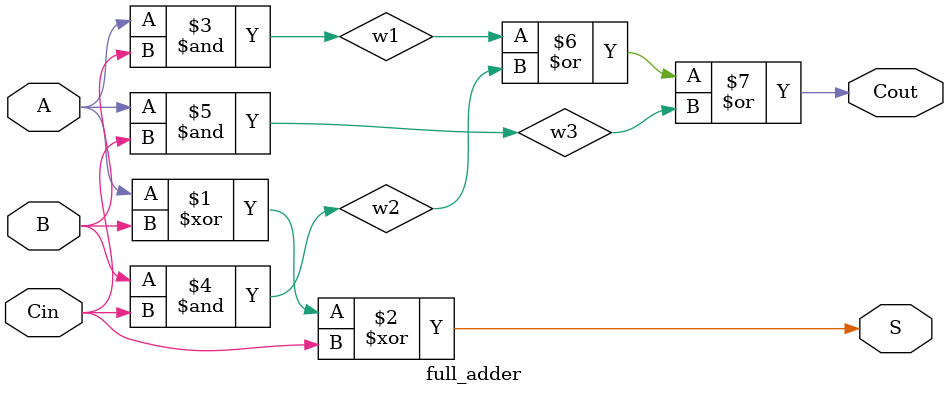
<source format=v>
module full_adder(S, Cout, A, B, Cin);
    input A, B, Cin;
    output S, Cout;
    wire w1, w2, w3;

    xor XOR1(S, A, B, Cin);
    and AND1(w1, A, B);
    and AND2(w2, B, Cin);
    and AND3(w3, A, Cin);
    or OR1(Cout, w1,w2,w3);
endmodule
</source>
